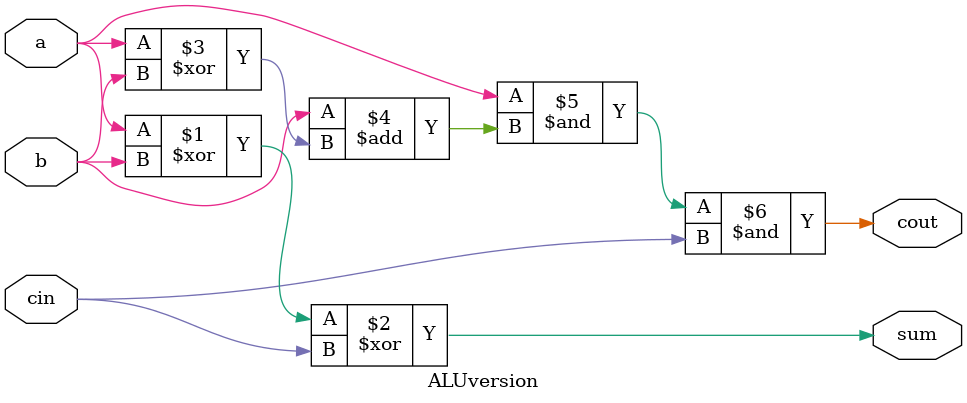
<source format=v>
module ALUversion(a, b, cin, sum, cout);
	
	
	
	
	
	
	
	
	
	
	
	
	
	
	
	
	
	
	
	
	
	
	
	
	
	
	
	
	
	
	
	
output sum, cout;
	input a, b, cin;
	wire sum, cout;
	assign sum = a^b^cin;
	assign cout = a&b + (a^b)&cin;
endmodule 
</source>
